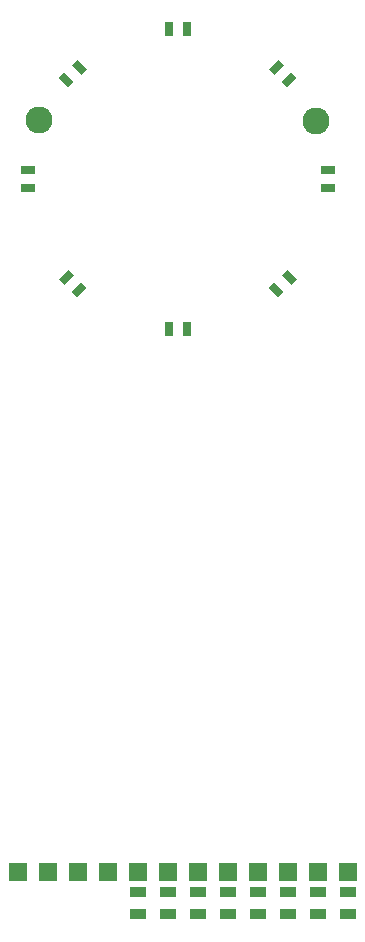
<source format=gts>
G04 (created by PCBNEW (2013-07-07 BZR 4022)-stable) date 12/18/2014 6:53:03 AM*
%MOIN*%
G04 Gerber Fmt 3.4, Leading zero omitted, Abs format*
%FSLAX34Y34*%
G01*
G70*
G90*
G04 APERTURE LIST*
%ADD10C,0.00590551*%
%ADD11C,0.09*%
%ADD12R,0.055X0.035*%
%ADD13R,0.025X0.045*%
%ADD14R,0.045X0.025*%
%ADD15R,0.0590551X0.0590551*%
G04 APERTURE END LIST*
G54D10*
G54D11*
X83010Y-45680D03*
X73780Y-45640D03*
G54D12*
X81060Y-71375D03*
X81060Y-72125D03*
X80070Y-71375D03*
X80070Y-72125D03*
X82060Y-71375D03*
X82060Y-72125D03*
X79070Y-71375D03*
X79070Y-72125D03*
X83060Y-71375D03*
X83060Y-72125D03*
X78060Y-71375D03*
X78060Y-72125D03*
X84060Y-71375D03*
X84060Y-72125D03*
X77070Y-71375D03*
X77070Y-72125D03*
G54D10*
G36*
X75041Y-43640D02*
X75359Y-43958D01*
X75182Y-44135D01*
X74864Y-43817D01*
X75041Y-43640D01*
X75041Y-43640D01*
G37*
G36*
X74617Y-44064D02*
X74935Y-44382D01*
X74758Y-44559D01*
X74440Y-44241D01*
X74617Y-44064D01*
X74617Y-44064D01*
G37*
G54D13*
X78100Y-42600D03*
X78700Y-42600D03*
G54D10*
G36*
X81440Y-43958D02*
X81758Y-43640D01*
X81935Y-43817D01*
X81617Y-44135D01*
X81440Y-43958D01*
X81440Y-43958D01*
G37*
G36*
X81864Y-44382D02*
X82182Y-44064D01*
X82359Y-44241D01*
X82041Y-44559D01*
X81864Y-44382D01*
X81864Y-44382D01*
G37*
G54D14*
X83400Y-47900D03*
X83400Y-47300D03*
G54D10*
G36*
X81758Y-51559D02*
X81440Y-51241D01*
X81617Y-51064D01*
X81935Y-51382D01*
X81758Y-51559D01*
X81758Y-51559D01*
G37*
G36*
X82182Y-51135D02*
X81864Y-50817D01*
X82041Y-50640D01*
X82359Y-50958D01*
X82182Y-51135D01*
X82182Y-51135D01*
G37*
G54D13*
X78100Y-52600D03*
X78700Y-52600D03*
G54D10*
G36*
X74440Y-50958D02*
X74758Y-50640D01*
X74935Y-50817D01*
X74617Y-51135D01*
X74440Y-50958D01*
X74440Y-50958D01*
G37*
G36*
X74864Y-51382D02*
X75182Y-51064D01*
X75359Y-51241D01*
X75041Y-51559D01*
X74864Y-51382D01*
X74864Y-51382D01*
G37*
G54D14*
X73400Y-47900D03*
X73400Y-47300D03*
G54D15*
X84060Y-70730D03*
X83060Y-70730D03*
X82060Y-70730D03*
X81060Y-70730D03*
X80060Y-70730D03*
X79060Y-70730D03*
X78060Y-70730D03*
X77060Y-70730D03*
X76060Y-70730D03*
X75060Y-70730D03*
X74060Y-70730D03*
X73060Y-70730D03*
M02*

</source>
